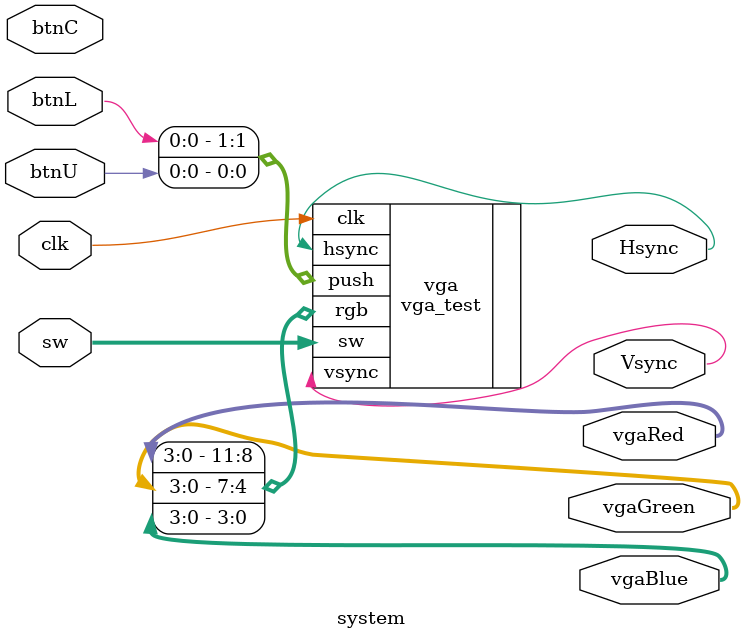
<source format=v>
`timescale 1ns / 1ps


module system(
    output wire [3:0]vgaRed, vgaGreen, vgaBlue,
    output wire Hsync, Vsync,
    input wire [11:0]sw,
    input btnC, btnU, btnL, clk
    );
// btnU = switch
// btnC = update top color
vga_test vga(
    .clk(clk), 
    .sw(sw),
    .push({btnL, btnU}),
    .hsync(Hsync),
    .vsync(Vsync),
    .rgb({vgaRed, vgaGreen, vgaBlue})
);

endmodule

</source>
